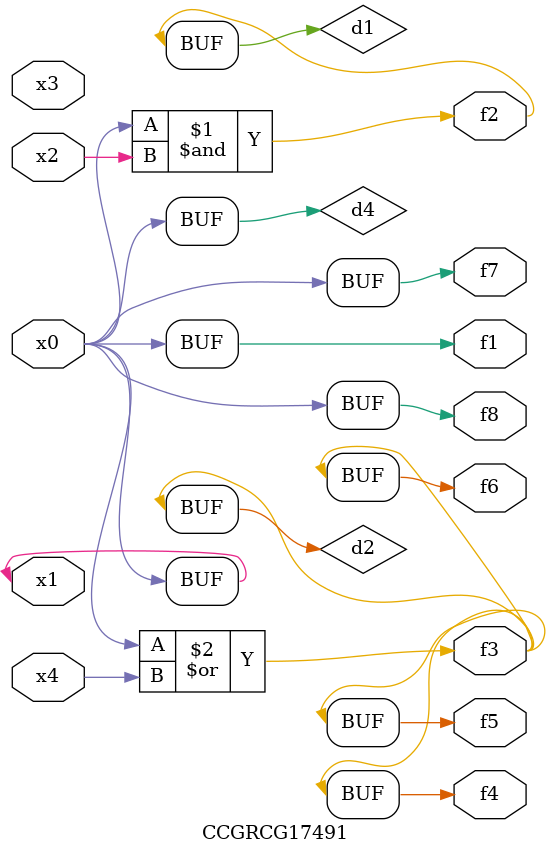
<source format=v>
module CCGRCG17491(
	input x0, x1, x2, x3, x4,
	output f1, f2, f3, f4, f5, f6, f7, f8
);

	wire d1, d2, d3, d4;

	and (d1, x0, x2);
	or (d2, x0, x4);
	nand (d3, x0, x2);
	buf (d4, x0, x1);
	assign f1 = d4;
	assign f2 = d1;
	assign f3 = d2;
	assign f4 = d2;
	assign f5 = d2;
	assign f6 = d2;
	assign f7 = d4;
	assign f8 = d4;
endmodule

</source>
